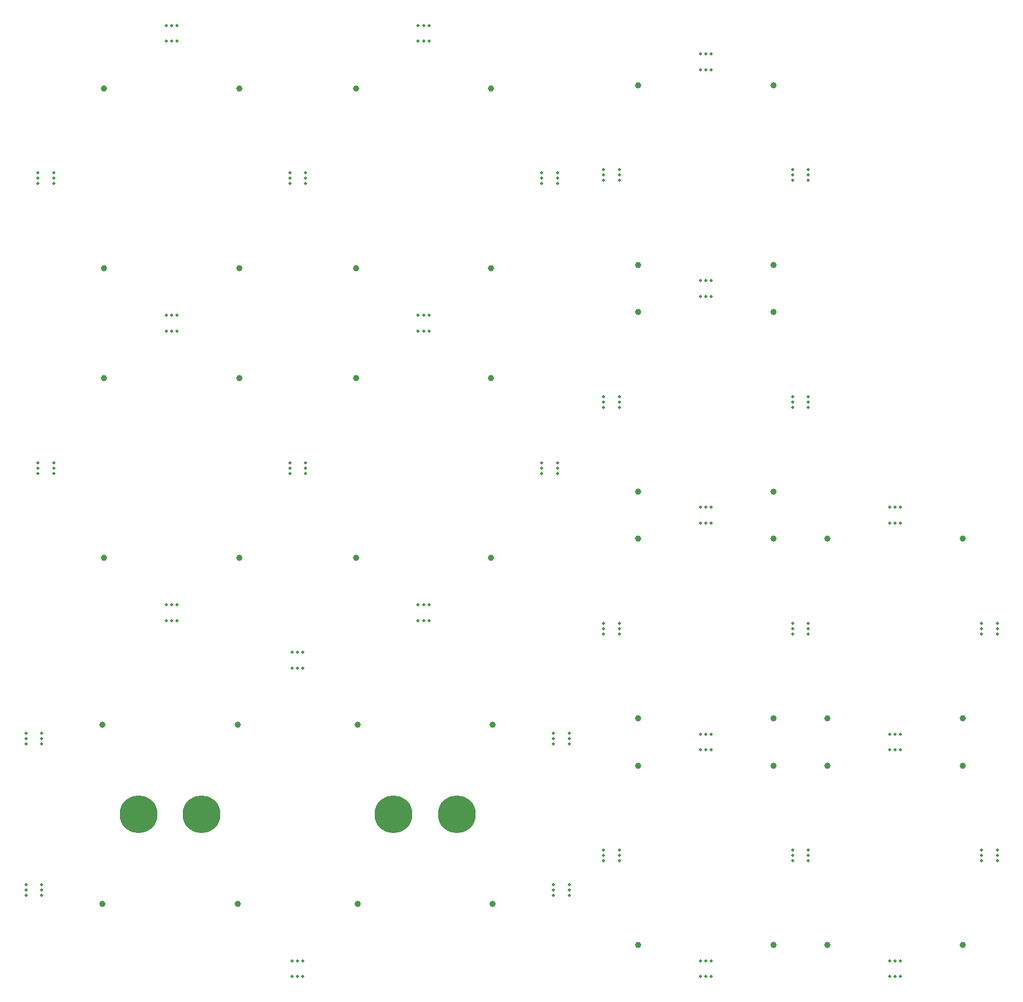
<source format=gbr>
%TF.GenerationSoftware,KiCad,Pcbnew,7.0.11+dfsg-1build4*%
%TF.CreationDate,2025-08-11T18:09:29+02:00*%
%TF.ProjectId,pendulum,70656e64-756c-4756-9d2e-6b696361645f,rev?*%
%TF.SameCoordinates,Original*%
%TF.FileFunction,Soldermask,Top*%
%TF.FilePolarity,Negative*%
%FSLAX46Y46*%
G04 Gerber Fmt 4.6, Leading zero omitted, Abs format (unit mm)*
G04 Created by KiCad (PCBNEW 7.0.11+dfsg-1build4) date 2025-08-11 18:09:29*
%MOMM*%
%LPD*%
G01*
G04 APERTURE LIST*
%ADD10C,1.000000*%
%ADD11C,0.500000*%
%ADD12C,6.000000*%
G04 APERTURE END LIST*
D10*
%TO.C,M5*%
X175650000Y-112200000D03*
X175650000Y-140700000D03*
X197150000Y-112200000D03*
X197150000Y-140700000D03*
%TD*%
D11*
%TO.C,REF\u002A\u002A*%
X187250000Y-150700000D03*
X187250000Y-148200000D03*
X186400000Y-150700000D03*
X186400000Y-148200000D03*
X185550000Y-150700000D03*
X185550000Y-148200000D03*
%TD*%
D12*
%TO.C,D2*%
X191650000Y-181450000D03*
X181650000Y-181450000D03*
%TD*%
D11*
%TO.C,REF\u002A\u002A*%
X260400000Y-204700000D03*
X260400000Y-207200000D03*
X261250000Y-204700000D03*
X261250000Y-207200000D03*
X262100000Y-204700000D03*
X262100000Y-207200000D03*
%TD*%
%TO.C,REF\u002A\u002A*%
X123250000Y-194300000D03*
X125750000Y-194300000D03*
X123250000Y-193450000D03*
X125750000Y-193450000D03*
X123250000Y-192600000D03*
X125750000Y-192600000D03*
%TD*%
%TO.C,REF\u002A\u002A*%
X165150000Y-127300000D03*
X167650000Y-127300000D03*
X165150000Y-126450000D03*
X167650000Y-126450000D03*
X165150000Y-125600000D03*
X167650000Y-125600000D03*
%TD*%
D10*
%TO.C,M4*%
X220500000Y-137700000D03*
X220500000Y-166200000D03*
X242000000Y-137700000D03*
X242000000Y-166200000D03*
%TD*%
D11*
%TO.C,REF\u002A\u002A*%
X245000000Y-116800000D03*
X247500000Y-116800000D03*
X245000000Y-115950000D03*
X247500000Y-115950000D03*
X245000000Y-115100000D03*
X247500000Y-115100000D03*
%TD*%
%TO.C,REF\u002A\u002A*%
X165550000Y-204700000D03*
X165550000Y-207200000D03*
X166400000Y-204700000D03*
X166400000Y-207200000D03*
X167250000Y-204700000D03*
X167250000Y-207200000D03*
%TD*%
D12*
%TO.C,D1*%
X151150000Y-181450000D03*
X141150000Y-181450000D03*
%TD*%
D11*
%TO.C,REF\u002A\u002A*%
X260400000Y-132700000D03*
X260400000Y-135200000D03*
X261250000Y-132700000D03*
X261250000Y-135200000D03*
X262100000Y-132700000D03*
X262100000Y-135200000D03*
%TD*%
%TO.C,REF\u002A\u002A*%
X123250000Y-170300000D03*
X125750000Y-170300000D03*
X123250000Y-169450000D03*
X125750000Y-169450000D03*
X123250000Y-168600000D03*
X125750000Y-168600000D03*
%TD*%
%TO.C,REF\u002A\u002A*%
X230400000Y-96700000D03*
X230400000Y-99200000D03*
X231250000Y-96700000D03*
X231250000Y-99200000D03*
X232100000Y-96700000D03*
X232100000Y-99200000D03*
%TD*%
%TO.C,REF\u002A\u002A*%
X245000000Y-80800000D03*
X247500000Y-80800000D03*
X245000000Y-79950000D03*
X247500000Y-79950000D03*
X245000000Y-79100000D03*
X247500000Y-79100000D03*
%TD*%
%TO.C,REF\u002A\u002A*%
X275000000Y-152800000D03*
X277500000Y-152800000D03*
X275000000Y-151950000D03*
X277500000Y-151950000D03*
X275000000Y-151100000D03*
X277500000Y-151100000D03*
%TD*%
%TO.C,REF\u002A\u002A*%
X275000000Y-188800000D03*
X277500000Y-188800000D03*
X275000000Y-187950000D03*
X277500000Y-187950000D03*
X275000000Y-187100000D03*
X277500000Y-187100000D03*
%TD*%
%TO.C,REF\u002A\u002A*%
X230400000Y-168700000D03*
X230400000Y-171200000D03*
X231250000Y-168700000D03*
X231250000Y-171200000D03*
X232100000Y-168700000D03*
X232100000Y-171200000D03*
%TD*%
%TO.C,REF\u002A\u002A*%
X147250000Y-58700000D03*
X147250000Y-56200000D03*
X146400000Y-58700000D03*
X146400000Y-56200000D03*
X145550000Y-58700000D03*
X145550000Y-56200000D03*
%TD*%
%TO.C,REF\u002A\u002A*%
X209550000Y-192600000D03*
X207050000Y-192600000D03*
X209550000Y-193450000D03*
X207050000Y-193450000D03*
X209550000Y-194300000D03*
X207050000Y-194300000D03*
%TD*%
D10*
%TO.C,M10*%
X175650000Y-66200000D03*
X175650000Y-94700000D03*
X197150000Y-66200000D03*
X197150000Y-94700000D03*
%TD*%
%TO.C,M1*%
X135650000Y-112200000D03*
X135650000Y-140700000D03*
X157150000Y-112200000D03*
X157150000Y-140700000D03*
%TD*%
D11*
%TO.C,REF\u002A\u002A*%
X147250000Y-104700000D03*
X147250000Y-102200000D03*
X146400000Y-104700000D03*
X146400000Y-102200000D03*
X145550000Y-104700000D03*
X145550000Y-102200000D03*
%TD*%
%TO.C,REF\u002A\u002A*%
X215000000Y-80800000D03*
X217500000Y-80800000D03*
X215000000Y-79950000D03*
X217500000Y-79950000D03*
X215000000Y-79100000D03*
X217500000Y-79100000D03*
%TD*%
D10*
%TO.C,M2*%
X220500000Y-65700000D03*
X220500000Y-94200000D03*
X242000000Y-65700000D03*
X242000000Y-94200000D03*
%TD*%
D11*
%TO.C,REF\u002A\u002A*%
X230400000Y-132700000D03*
X230400000Y-135200000D03*
X231250000Y-132700000D03*
X231250000Y-135200000D03*
X232100000Y-132700000D03*
X232100000Y-135200000D03*
%TD*%
D10*
%TO.C,M8*%
X250500000Y-173700000D03*
X250500000Y-202200000D03*
X272000000Y-173700000D03*
X272000000Y-202200000D03*
%TD*%
%TO.C,M9*%
X220500000Y-173700000D03*
X220500000Y-202200000D03*
X242000000Y-173700000D03*
X242000000Y-202200000D03*
%TD*%
D11*
%TO.C,REF\u002A\u002A*%
X209550000Y-168600000D03*
X207050000Y-168600000D03*
X209550000Y-169450000D03*
X207050000Y-169450000D03*
X209550000Y-170300000D03*
X207050000Y-170300000D03*
%TD*%
%TO.C,REF\u002A\u002A*%
X125150000Y-81300000D03*
X127650000Y-81300000D03*
X125150000Y-80450000D03*
X127650000Y-80450000D03*
X125150000Y-79600000D03*
X127650000Y-79600000D03*
%TD*%
%TO.C,REF\u002A\u002A*%
X230400000Y-204700000D03*
X230400000Y-207200000D03*
X231250000Y-204700000D03*
X231250000Y-207200000D03*
X232100000Y-204700000D03*
X232100000Y-207200000D03*
%TD*%
%TO.C,REF\u002A\u002A*%
X165550000Y-155700000D03*
X165550000Y-158200000D03*
X166400000Y-155700000D03*
X166400000Y-158200000D03*
X167250000Y-155700000D03*
X167250000Y-158200000D03*
%TD*%
%TO.C,REF\u002A\u002A*%
X205150000Y-127300000D03*
X207650000Y-127300000D03*
X205150000Y-126450000D03*
X207650000Y-126450000D03*
X205150000Y-125600000D03*
X207650000Y-125600000D03*
%TD*%
D10*
%TO.C,M3*%
X250500000Y-137700000D03*
X250500000Y-166200000D03*
X272000000Y-137700000D03*
X272000000Y-166200000D03*
%TD*%
D11*
%TO.C,REF\u002A\u002A*%
X230400000Y-60700000D03*
X230400000Y-63200000D03*
X231250000Y-60700000D03*
X231250000Y-63200000D03*
X232100000Y-60700000D03*
X232100000Y-63200000D03*
%TD*%
%TO.C,REF\u002A\u002A*%
X260400000Y-168700000D03*
X260400000Y-171200000D03*
X261250000Y-168700000D03*
X261250000Y-171200000D03*
X262100000Y-168700000D03*
X262100000Y-171200000D03*
%TD*%
%TO.C,REF\u002A\u002A*%
X187250000Y-104700000D03*
X187250000Y-102200000D03*
X186400000Y-104700000D03*
X186400000Y-102200000D03*
X185550000Y-104700000D03*
X185550000Y-102200000D03*
%TD*%
%TO.C,REF\u002A\u002A*%
X215000000Y-152800000D03*
X217500000Y-152800000D03*
X215000000Y-151950000D03*
X217500000Y-151950000D03*
X215000000Y-151100000D03*
X217500000Y-151100000D03*
%TD*%
%TO.C,REF\u002A\u002A*%
X245000000Y-152800000D03*
X247500000Y-152800000D03*
X245000000Y-151950000D03*
X247500000Y-151950000D03*
X245000000Y-151100000D03*
X247500000Y-151100000D03*
%TD*%
D10*
%TO.C,M6*%
X135650000Y-66200000D03*
X135650000Y-94700000D03*
X157150000Y-66200000D03*
X157150000Y-94700000D03*
%TD*%
D11*
%TO.C,REF\u002A\u002A*%
X245000000Y-188800000D03*
X247500000Y-188800000D03*
X245000000Y-187950000D03*
X247500000Y-187950000D03*
X245000000Y-187100000D03*
X247500000Y-187100000D03*
%TD*%
%TO.C,REF\u002A\u002A*%
X215000000Y-188800000D03*
X217500000Y-188800000D03*
X215000000Y-187950000D03*
X217500000Y-187950000D03*
X215000000Y-187100000D03*
X217500000Y-187100000D03*
%TD*%
%TO.C,REF\u002A\u002A*%
X165150000Y-81300000D03*
X167650000Y-81300000D03*
X165150000Y-80450000D03*
X167650000Y-80450000D03*
X165150000Y-79600000D03*
X167650000Y-79600000D03*
%TD*%
%TO.C,REF\u002A\u002A*%
X205150000Y-81300000D03*
X207650000Y-81300000D03*
X205150000Y-80450000D03*
X207650000Y-80450000D03*
X205150000Y-79600000D03*
X207650000Y-79600000D03*
%TD*%
%TO.C,REF\u002A\u002A*%
X147250000Y-150700000D03*
X147250000Y-148200000D03*
X146400000Y-150700000D03*
X146400000Y-148200000D03*
X145550000Y-150700000D03*
X145550000Y-148200000D03*
%TD*%
%TO.C,REF\u002A\u002A*%
X215000000Y-116800000D03*
X217500000Y-116800000D03*
X215000000Y-115950000D03*
X217500000Y-115950000D03*
X215000000Y-115100000D03*
X217500000Y-115100000D03*
%TD*%
D10*
%TO.C,M7*%
X220500000Y-101700000D03*
X220500000Y-130200000D03*
X242000000Y-101700000D03*
X242000000Y-130200000D03*
%TD*%
D11*
%TO.C,REF\u002A\u002A*%
X125150000Y-127300000D03*
X127650000Y-127300000D03*
X125150000Y-126450000D03*
X127650000Y-126450000D03*
X125150000Y-125600000D03*
X127650000Y-125600000D03*
%TD*%
%TO.C,REF\u002A\u002A*%
X187250000Y-58700000D03*
X187250000Y-56200000D03*
X186400000Y-58700000D03*
X186400000Y-56200000D03*
X185550000Y-58700000D03*
X185550000Y-56200000D03*
%TD*%
D10*
%TO.C,L2*%
X156900000Y-167200000D03*
X156900000Y-195700000D03*
X135400000Y-167200000D03*
X135400000Y-195700000D03*
%TD*%
%TO.C,L1*%
X197400000Y-167200000D03*
X197400000Y-195700000D03*
X175900000Y-167200000D03*
X175900000Y-195700000D03*
%TD*%
M02*

</source>
